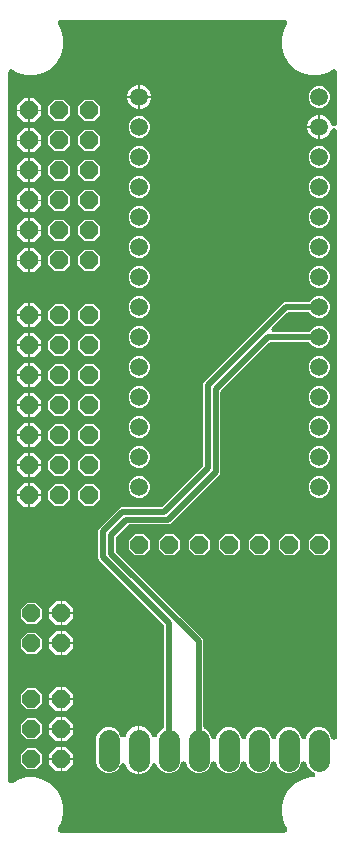
<source format=gbr>
G04 EAGLE Gerber RS-274X export*
G75*
%MOMM*%
%FSLAX34Y34*%
%LPD*%
%INBottom Copper*%
%IPPOS*%
%AMOC8*
5,1,8,0,0,1.08239X$1,22.5*%
G01*
G04 Define Apertures*
%ADD10C,1.778000*%
%ADD11P,1.64956X8X292.5*%
%ADD12C,1.508000*%
%ADD13P,1.64956X8X22.5*%
%ADD14P,1.64956X8X112.5*%
%ADD15C,0.500000*%
G36*
X245721Y161120D02*
X244746Y160922D01*
X55254Y160922D01*
X54074Y161218D01*
X53308Y161853D01*
X52850Y162737D01*
X52773Y163729D01*
X53089Y164672D01*
X55775Y169324D01*
X57660Y176358D01*
X57660Y183642D01*
X55775Y190676D01*
X52134Y196984D01*
X46984Y202134D01*
X40676Y205775D01*
X33642Y207660D01*
X26358Y207660D01*
X19324Y205775D01*
X14672Y203089D01*
X13502Y202756D01*
X12521Y202923D01*
X11683Y203459D01*
X11120Y204279D01*
X10922Y205254D01*
X10922Y804746D01*
X11218Y805926D01*
X11853Y806692D01*
X12737Y807150D01*
X13729Y807227D01*
X14672Y806911D01*
X19324Y804225D01*
X26358Y802340D01*
X33642Y802340D01*
X40676Y804225D01*
X46984Y807866D01*
X52134Y813016D01*
X55775Y819324D01*
X57660Y826358D01*
X57660Y833642D01*
X55775Y840676D01*
X53089Y845328D01*
X52756Y846498D01*
X52923Y847479D01*
X53459Y848317D01*
X54279Y848880D01*
X55254Y849078D01*
X244746Y849078D01*
X245926Y848782D01*
X246692Y848147D01*
X247150Y847263D01*
X247227Y846271D01*
X246911Y845328D01*
X244225Y840676D01*
X242340Y833642D01*
X242340Y826358D01*
X244225Y819324D01*
X247866Y813016D01*
X253016Y807866D01*
X259324Y804225D01*
X266358Y802340D01*
X273642Y802340D01*
X280676Y804225D01*
X285328Y806911D01*
X286498Y807244D01*
X287479Y807077D01*
X288317Y806541D01*
X288880Y805721D01*
X289078Y804746D01*
X289078Y761716D01*
X288931Y760871D01*
X288415Y760020D01*
X287608Y759438D01*
X286638Y759217D01*
X285658Y759391D01*
X284824Y759934D01*
X284268Y760759D01*
X282922Y764010D01*
X280086Y766845D01*
X276382Y768380D01*
X275138Y768380D01*
X275138Y748220D01*
X276382Y748220D01*
X280086Y749755D01*
X282922Y752590D01*
X284268Y755841D01*
X284728Y756565D01*
X285530Y757154D01*
X286498Y757383D01*
X287479Y757216D01*
X288317Y756680D01*
X288880Y755859D01*
X289078Y754884D01*
X289078Y242295D01*
X288931Y241450D01*
X288415Y240599D01*
X287608Y240017D01*
X286638Y239796D01*
X285658Y239970D01*
X284824Y240513D01*
X284268Y241338D01*
X282537Y245519D01*
X279607Y248449D01*
X275780Y250034D01*
X271637Y250034D01*
X267809Y248449D01*
X264879Y245519D01*
X263318Y241749D01*
X262845Y241009D01*
X262038Y240427D01*
X261068Y240206D01*
X260088Y240381D01*
X259254Y240924D01*
X258698Y241749D01*
X257137Y245519D01*
X254207Y248449D01*
X250380Y250034D01*
X246237Y250034D01*
X242409Y248449D01*
X239479Y245519D01*
X237918Y241749D01*
X237445Y241009D01*
X236638Y240427D01*
X235668Y240206D01*
X234688Y240381D01*
X233854Y240924D01*
X233298Y241749D01*
X231737Y245519D01*
X228807Y248449D01*
X224980Y250034D01*
X220837Y250034D01*
X217009Y248449D01*
X214079Y245519D01*
X212518Y241749D01*
X212045Y241009D01*
X211238Y240427D01*
X210268Y240206D01*
X209288Y240381D01*
X208454Y240924D01*
X207898Y241749D01*
X206337Y245519D01*
X203407Y248449D01*
X199580Y250034D01*
X195437Y250034D01*
X191609Y248449D01*
X188679Y245519D01*
X187118Y241749D01*
X186645Y241009D01*
X185838Y240427D01*
X184868Y240206D01*
X183888Y240381D01*
X183054Y240924D01*
X182498Y241749D01*
X180937Y245519D01*
X178007Y248449D01*
X177675Y248586D01*
X176893Y249100D01*
X176330Y249921D01*
X176132Y250896D01*
X176132Y323692D01*
X175519Y325171D01*
X102756Y397935D01*
X102222Y398727D01*
X102024Y399702D01*
X102024Y410298D01*
X102207Y411236D01*
X102756Y412065D01*
X111935Y421244D01*
X112727Y421778D01*
X113702Y421976D01*
X146800Y421976D01*
X148279Y422589D01*
X189935Y464245D01*
X190548Y465724D01*
X190548Y533822D01*
X190731Y534760D01*
X191280Y535589D01*
X231435Y575744D01*
X232227Y576278D01*
X233202Y576476D01*
X264562Y576476D01*
X265481Y576301D01*
X266315Y575758D01*
X266347Y575711D01*
X269242Y572816D01*
X272573Y571436D01*
X276179Y571436D01*
X279511Y572816D01*
X282061Y575366D01*
X283440Y578697D01*
X283440Y582303D01*
X282061Y585634D01*
X279511Y588184D01*
X276179Y589564D01*
X272573Y589564D01*
X269242Y588184D01*
X266386Y585328D01*
X266358Y585285D01*
X265537Y584722D01*
X264562Y584524D01*
X236250Y584524D01*
X235386Y584678D01*
X234540Y585201D01*
X233964Y586012D01*
X233751Y586984D01*
X233933Y587962D01*
X234483Y588792D01*
X246835Y601144D01*
X247627Y601678D01*
X248602Y601876D01*
X264562Y601876D01*
X265481Y601701D01*
X266315Y601158D01*
X266347Y601111D01*
X269242Y598216D01*
X272573Y596836D01*
X276179Y596836D01*
X279511Y598216D01*
X282061Y600766D01*
X283440Y604097D01*
X283440Y607703D01*
X282061Y611034D01*
X279511Y613584D01*
X276179Y614964D01*
X272573Y614964D01*
X269242Y613584D01*
X266386Y610728D01*
X266358Y610685D01*
X265537Y610122D01*
X264562Y609924D01*
X245100Y609924D01*
X243621Y609311D01*
X176589Y542279D01*
X175976Y540800D01*
X175976Y472702D01*
X175793Y471764D01*
X175244Y470935D01*
X141589Y437280D01*
X140797Y436746D01*
X139822Y436548D01*
X106724Y436548D01*
X105245Y435935D01*
X87589Y418279D01*
X86976Y416800D01*
X86976Y393200D01*
X87589Y391721D01*
X141952Y337357D01*
X142486Y336565D01*
X142684Y335590D01*
X142684Y250896D01*
X142509Y249976D01*
X141966Y249142D01*
X141141Y248586D01*
X140809Y248449D01*
X137879Y245519D01*
X136868Y243076D01*
X136395Y242337D01*
X135588Y241755D01*
X134618Y241534D01*
X133638Y241708D01*
X132804Y242251D01*
X132248Y243076D01*
X130998Y246095D01*
X127783Y249310D01*
X123582Y251050D01*
X122070Y251050D01*
X122070Y210410D01*
X123582Y210410D01*
X127783Y212150D01*
X130998Y215365D01*
X132248Y218384D01*
X132721Y219123D01*
X133528Y219705D01*
X134498Y219926D01*
X135478Y219752D01*
X136311Y219209D01*
X136868Y218384D01*
X137879Y215941D01*
X140809Y213011D01*
X144637Y211426D01*
X148780Y211426D01*
X152607Y213011D01*
X155537Y215941D01*
X157098Y219711D01*
X157571Y220451D01*
X158378Y221033D01*
X159348Y221254D01*
X160328Y221079D01*
X161162Y220536D01*
X161718Y219711D01*
X163279Y215941D01*
X166209Y213011D01*
X170037Y211426D01*
X174180Y211426D01*
X178007Y213011D01*
X180937Y215941D01*
X182498Y219711D01*
X182971Y220451D01*
X183778Y221033D01*
X184748Y221254D01*
X185728Y221079D01*
X186562Y220536D01*
X187118Y219711D01*
X188679Y215941D01*
X191609Y213011D01*
X195437Y211426D01*
X199580Y211426D01*
X203407Y213011D01*
X206337Y215941D01*
X207898Y219711D01*
X208371Y220451D01*
X209178Y221033D01*
X210148Y221254D01*
X211128Y221079D01*
X211962Y220536D01*
X212518Y219711D01*
X214079Y215941D01*
X217009Y213011D01*
X220837Y211426D01*
X224980Y211426D01*
X228807Y213011D01*
X231737Y215941D01*
X233298Y219711D01*
X233771Y220451D01*
X234578Y221033D01*
X235548Y221254D01*
X236528Y221079D01*
X237362Y220536D01*
X237918Y219711D01*
X239479Y215941D01*
X242409Y213011D01*
X246237Y211426D01*
X250380Y211426D01*
X254207Y213011D01*
X257137Y215941D01*
X258698Y219711D01*
X259171Y220451D01*
X259978Y221033D01*
X260948Y221254D01*
X261928Y221079D01*
X262762Y220536D01*
X263318Y219711D01*
X264879Y215941D01*
X267809Y213011D01*
X269117Y212470D01*
X269841Y212010D01*
X270430Y211208D01*
X270659Y210240D01*
X270492Y209259D01*
X269956Y208421D01*
X269135Y207858D01*
X268160Y207660D01*
X266358Y207660D01*
X259324Y205775D01*
X253016Y202134D01*
X247866Y196984D01*
X244225Y190676D01*
X242340Y183642D01*
X242340Y176358D01*
X244225Y169324D01*
X246911Y164672D01*
X247244Y163502D01*
X247077Y162521D01*
X246541Y161683D01*
X245721Y161120D01*
G37*
%LPC*%
G36*
X122738Y784462D02*
X132056Y784462D01*
X132056Y785705D01*
X130522Y789410D01*
X127686Y792245D01*
X123982Y793780D01*
X122738Y793780D01*
X122738Y784462D01*
G37*
G36*
X111896Y784462D02*
X121214Y784462D01*
X121214Y793780D01*
X119971Y793780D01*
X116267Y792245D01*
X113431Y789410D01*
X111896Y785705D01*
X111896Y784462D01*
G37*
G36*
X272573Y774636D02*
X276179Y774636D01*
X279511Y776016D01*
X282061Y778566D01*
X283440Y781897D01*
X283440Y785503D01*
X282061Y788834D01*
X279511Y791384D01*
X276179Y792764D01*
X272573Y792764D01*
X269242Y791384D01*
X266692Y788834D01*
X265312Y785503D01*
X265312Y781897D01*
X266692Y778566D01*
X269242Y776016D01*
X272573Y774636D01*
G37*
G36*
X119971Y773620D02*
X121214Y773620D01*
X121214Y782938D01*
X111896Y782938D01*
X111896Y781695D01*
X113431Y777990D01*
X116267Y775155D01*
X119971Y773620D01*
G37*
G36*
X122738Y773620D02*
X123982Y773620D01*
X127686Y775155D01*
X130522Y777990D01*
X132056Y781695D01*
X132056Y782938D01*
X122738Y782938D01*
X122738Y773620D01*
G37*
G36*
X18382Y773142D02*
X27780Y773142D01*
X27780Y782540D01*
X24334Y782540D01*
X18382Y776588D01*
X18382Y773142D01*
G37*
G36*
X29304Y773142D02*
X38702Y773142D01*
X38702Y776588D01*
X32750Y782540D01*
X29304Y782540D01*
X29304Y773142D01*
G37*
G36*
X75554Y763236D02*
X83130Y763236D01*
X88486Y768592D01*
X88486Y776168D01*
X83130Y781524D01*
X75554Y781524D01*
X70198Y776168D01*
X70198Y768592D01*
X75554Y763236D01*
G37*
G36*
X50154Y763236D02*
X57730Y763236D01*
X63086Y768592D01*
X63086Y776168D01*
X57730Y781524D01*
X50154Y781524D01*
X44798Y776168D01*
X44798Y768592D01*
X50154Y763236D01*
G37*
G36*
X24334Y762220D02*
X27780Y762220D01*
X27780Y771618D01*
X18382Y771618D01*
X18382Y768172D01*
X24334Y762220D01*
G37*
G36*
X29304Y762220D02*
X32750Y762220D01*
X38702Y768172D01*
X38702Y771618D01*
X29304Y771618D01*
X29304Y762220D01*
G37*
G36*
X264296Y759062D02*
X273614Y759062D01*
X273614Y768380D01*
X272371Y768380D01*
X268667Y766845D01*
X265831Y764010D01*
X264296Y760305D01*
X264296Y759062D01*
G37*
G36*
X120173Y749236D02*
X123779Y749236D01*
X127111Y750616D01*
X129661Y753166D01*
X131040Y756497D01*
X131040Y760103D01*
X129661Y763434D01*
X127111Y765984D01*
X123779Y767364D01*
X120173Y767364D01*
X116842Y765984D01*
X114292Y763434D01*
X112912Y760103D01*
X112912Y756497D01*
X114292Y753166D01*
X116842Y750616D01*
X120173Y749236D01*
G37*
G36*
X272371Y748220D02*
X273614Y748220D01*
X273614Y757538D01*
X264296Y757538D01*
X264296Y756295D01*
X265831Y752590D01*
X268667Y749755D01*
X272371Y748220D01*
G37*
G36*
X18382Y747742D02*
X27780Y747742D01*
X27780Y757140D01*
X24334Y757140D01*
X18382Y751188D01*
X18382Y747742D01*
G37*
G36*
X29304Y747742D02*
X38702Y747742D01*
X38702Y751188D01*
X32750Y757140D01*
X29304Y757140D01*
X29304Y747742D01*
G37*
G36*
X50154Y737836D02*
X57730Y737836D01*
X63086Y743192D01*
X63086Y750768D01*
X57730Y756124D01*
X50154Y756124D01*
X44798Y750768D01*
X44798Y743192D01*
X50154Y737836D01*
G37*
G36*
X75554Y737836D02*
X83130Y737836D01*
X88486Y743192D01*
X88486Y750768D01*
X83130Y756124D01*
X75554Y756124D01*
X70198Y750768D01*
X70198Y743192D01*
X75554Y737836D01*
G37*
G36*
X24334Y736820D02*
X27780Y736820D01*
X27780Y746218D01*
X18382Y746218D01*
X18382Y742772D01*
X24334Y736820D01*
G37*
G36*
X29304Y736820D02*
X32750Y736820D01*
X38702Y742772D01*
X38702Y746218D01*
X29304Y746218D01*
X29304Y736820D01*
G37*
G36*
X120173Y723836D02*
X123779Y723836D01*
X127111Y725216D01*
X129661Y727766D01*
X131040Y731097D01*
X131040Y734703D01*
X129661Y738034D01*
X127111Y740584D01*
X123779Y741964D01*
X120173Y741964D01*
X116842Y740584D01*
X114292Y738034D01*
X112912Y734703D01*
X112912Y731097D01*
X114292Y727766D01*
X116842Y725216D01*
X120173Y723836D01*
G37*
G36*
X272573Y723836D02*
X276179Y723836D01*
X279511Y725216D01*
X282061Y727766D01*
X283440Y731097D01*
X283440Y734703D01*
X282061Y738034D01*
X279511Y740584D01*
X276179Y741964D01*
X272573Y741964D01*
X269242Y740584D01*
X266692Y738034D01*
X265312Y734703D01*
X265312Y731097D01*
X266692Y727766D01*
X269242Y725216D01*
X272573Y723836D01*
G37*
G36*
X29304Y722342D02*
X38702Y722342D01*
X38702Y725788D01*
X32750Y731740D01*
X29304Y731740D01*
X29304Y722342D01*
G37*
G36*
X18382Y722342D02*
X27780Y722342D01*
X27780Y731740D01*
X24334Y731740D01*
X18382Y725788D01*
X18382Y722342D01*
G37*
G36*
X50154Y712436D02*
X57730Y712436D01*
X63086Y717792D01*
X63086Y725368D01*
X57730Y730724D01*
X50154Y730724D01*
X44798Y725368D01*
X44798Y717792D01*
X50154Y712436D01*
G37*
G36*
X75554Y712436D02*
X83130Y712436D01*
X88486Y717792D01*
X88486Y725368D01*
X83130Y730724D01*
X75554Y730724D01*
X70198Y725368D01*
X70198Y717792D01*
X75554Y712436D01*
G37*
G36*
X24334Y711420D02*
X27780Y711420D01*
X27780Y720818D01*
X18382Y720818D01*
X18382Y717372D01*
X24334Y711420D01*
G37*
G36*
X29304Y711420D02*
X32750Y711420D01*
X38702Y717372D01*
X38702Y720818D01*
X29304Y720818D01*
X29304Y711420D01*
G37*
G36*
X272573Y698436D02*
X276179Y698436D01*
X279511Y699816D01*
X282061Y702366D01*
X283440Y705697D01*
X283440Y709303D01*
X282061Y712634D01*
X279511Y715184D01*
X276179Y716564D01*
X272573Y716564D01*
X269242Y715184D01*
X266692Y712634D01*
X265312Y709303D01*
X265312Y705697D01*
X266692Y702366D01*
X269242Y699816D01*
X272573Y698436D01*
G37*
G36*
X120173Y698436D02*
X123779Y698436D01*
X127111Y699816D01*
X129661Y702366D01*
X131040Y705697D01*
X131040Y709303D01*
X129661Y712634D01*
X127111Y715184D01*
X123779Y716564D01*
X120173Y716564D01*
X116842Y715184D01*
X114292Y712634D01*
X112912Y709303D01*
X112912Y705697D01*
X114292Y702366D01*
X116842Y699816D01*
X120173Y698436D01*
G37*
G36*
X29304Y696942D02*
X38702Y696942D01*
X38702Y700388D01*
X32750Y706340D01*
X29304Y706340D01*
X29304Y696942D01*
G37*
G36*
X18382Y696942D02*
X27780Y696942D01*
X27780Y706340D01*
X24334Y706340D01*
X18382Y700388D01*
X18382Y696942D01*
G37*
G36*
X50154Y687036D02*
X57730Y687036D01*
X63086Y692392D01*
X63086Y699968D01*
X57730Y705324D01*
X50154Y705324D01*
X44798Y699968D01*
X44798Y692392D01*
X50154Y687036D01*
G37*
G36*
X75554Y687036D02*
X83130Y687036D01*
X88486Y692392D01*
X88486Y699968D01*
X83130Y705324D01*
X75554Y705324D01*
X70198Y699968D01*
X70198Y692392D01*
X75554Y687036D01*
G37*
G36*
X29304Y686020D02*
X32750Y686020D01*
X38702Y691972D01*
X38702Y695418D01*
X29304Y695418D01*
X29304Y686020D01*
G37*
G36*
X24334Y686020D02*
X27780Y686020D01*
X27780Y695418D01*
X18382Y695418D01*
X18382Y691972D01*
X24334Y686020D01*
G37*
G36*
X120173Y673036D02*
X123779Y673036D01*
X127111Y674416D01*
X129661Y676966D01*
X131040Y680297D01*
X131040Y683903D01*
X129661Y687234D01*
X127111Y689784D01*
X123779Y691164D01*
X120173Y691164D01*
X116842Y689784D01*
X114292Y687234D01*
X112912Y683903D01*
X112912Y680297D01*
X114292Y676966D01*
X116842Y674416D01*
X120173Y673036D01*
G37*
G36*
X272573Y673036D02*
X276179Y673036D01*
X279511Y674416D01*
X282061Y676966D01*
X283440Y680297D01*
X283440Y683903D01*
X282061Y687234D01*
X279511Y689784D01*
X276179Y691164D01*
X272573Y691164D01*
X269242Y689784D01*
X266692Y687234D01*
X265312Y683903D01*
X265312Y680297D01*
X266692Y676966D01*
X269242Y674416D01*
X272573Y673036D01*
G37*
G36*
X29304Y671542D02*
X38702Y671542D01*
X38702Y674988D01*
X32750Y680940D01*
X29304Y680940D01*
X29304Y671542D01*
G37*
G36*
X18382Y671542D02*
X27780Y671542D01*
X27780Y680940D01*
X24334Y680940D01*
X18382Y674988D01*
X18382Y671542D01*
G37*
G36*
X50154Y661636D02*
X57730Y661636D01*
X63086Y666992D01*
X63086Y674568D01*
X57730Y679924D01*
X50154Y679924D01*
X44798Y674568D01*
X44798Y666992D01*
X50154Y661636D01*
G37*
G36*
X75554Y661636D02*
X83130Y661636D01*
X88486Y666992D01*
X88486Y674568D01*
X83130Y679924D01*
X75554Y679924D01*
X70198Y674568D01*
X70198Y666992D01*
X75554Y661636D01*
G37*
G36*
X24334Y660620D02*
X27780Y660620D01*
X27780Y670018D01*
X18382Y670018D01*
X18382Y666572D01*
X24334Y660620D01*
G37*
G36*
X29304Y660620D02*
X32750Y660620D01*
X38702Y666572D01*
X38702Y670018D01*
X29304Y670018D01*
X29304Y660620D01*
G37*
G36*
X120173Y647636D02*
X123779Y647636D01*
X127111Y649016D01*
X129661Y651566D01*
X131040Y654897D01*
X131040Y658503D01*
X129661Y661834D01*
X127111Y664384D01*
X123779Y665764D01*
X120173Y665764D01*
X116842Y664384D01*
X114292Y661834D01*
X112912Y658503D01*
X112912Y654897D01*
X114292Y651566D01*
X116842Y649016D01*
X120173Y647636D01*
G37*
G36*
X272573Y647636D02*
X276179Y647636D01*
X279511Y649016D01*
X282061Y651566D01*
X283440Y654897D01*
X283440Y658503D01*
X282061Y661834D01*
X279511Y664384D01*
X276179Y665764D01*
X272573Y665764D01*
X269242Y664384D01*
X266692Y661834D01*
X265312Y658503D01*
X265312Y654897D01*
X266692Y651566D01*
X269242Y649016D01*
X272573Y647636D01*
G37*
G36*
X29304Y646142D02*
X38702Y646142D01*
X38702Y649588D01*
X32750Y655540D01*
X29304Y655540D01*
X29304Y646142D01*
G37*
G36*
X18382Y646142D02*
X27780Y646142D01*
X27780Y655540D01*
X24334Y655540D01*
X18382Y649588D01*
X18382Y646142D01*
G37*
G36*
X75554Y636236D02*
X83130Y636236D01*
X88486Y641592D01*
X88486Y649168D01*
X83130Y654524D01*
X75554Y654524D01*
X70198Y649168D01*
X70198Y641592D01*
X75554Y636236D01*
G37*
G36*
X50154Y636236D02*
X57730Y636236D01*
X63086Y641592D01*
X63086Y649168D01*
X57730Y654524D01*
X50154Y654524D01*
X44798Y649168D01*
X44798Y641592D01*
X50154Y636236D01*
G37*
G36*
X29304Y635220D02*
X32750Y635220D01*
X38702Y641172D01*
X38702Y644618D01*
X29304Y644618D01*
X29304Y635220D01*
G37*
G36*
X24334Y635220D02*
X27780Y635220D01*
X27780Y644618D01*
X18382Y644618D01*
X18382Y641172D01*
X24334Y635220D01*
G37*
G36*
X120173Y622236D02*
X123779Y622236D01*
X127111Y623616D01*
X129661Y626166D01*
X131040Y629497D01*
X131040Y633103D01*
X129661Y636434D01*
X127111Y638984D01*
X123779Y640364D01*
X120173Y640364D01*
X116842Y638984D01*
X114292Y636434D01*
X112912Y633103D01*
X112912Y629497D01*
X114292Y626166D01*
X116842Y623616D01*
X120173Y622236D01*
G37*
G36*
X272573Y622236D02*
X276179Y622236D01*
X279511Y623616D01*
X282061Y626166D01*
X283440Y629497D01*
X283440Y633103D01*
X282061Y636434D01*
X279511Y638984D01*
X276179Y640364D01*
X272573Y640364D01*
X269242Y638984D01*
X266692Y636434D01*
X265312Y633103D01*
X265312Y629497D01*
X266692Y626166D01*
X269242Y623616D01*
X272573Y622236D01*
G37*
G36*
X120173Y596836D02*
X123779Y596836D01*
X127111Y598216D01*
X129661Y600766D01*
X131040Y604097D01*
X131040Y607703D01*
X129661Y611034D01*
X127111Y613584D01*
X123779Y614964D01*
X120173Y614964D01*
X116842Y613584D01*
X114292Y611034D01*
X112912Y607703D01*
X112912Y604097D01*
X114292Y600766D01*
X116842Y598216D01*
X120173Y596836D01*
G37*
G36*
X18382Y599982D02*
X27780Y599982D01*
X27780Y609380D01*
X24334Y609380D01*
X18382Y603428D01*
X18382Y599982D01*
G37*
G36*
X29304Y599982D02*
X38702Y599982D01*
X38702Y603428D01*
X32750Y609380D01*
X29304Y609380D01*
X29304Y599982D01*
G37*
G36*
X75554Y590076D02*
X83130Y590076D01*
X88486Y595432D01*
X88486Y603008D01*
X83130Y608364D01*
X75554Y608364D01*
X70198Y603008D01*
X70198Y595432D01*
X75554Y590076D01*
G37*
G36*
X50154Y590076D02*
X57730Y590076D01*
X63086Y595432D01*
X63086Y603008D01*
X57730Y608364D01*
X50154Y608364D01*
X44798Y603008D01*
X44798Y595432D01*
X50154Y590076D01*
G37*
G36*
X29304Y589060D02*
X32750Y589060D01*
X38702Y595012D01*
X38702Y598458D01*
X29304Y598458D01*
X29304Y589060D01*
G37*
G36*
X24334Y589060D02*
X27780Y589060D01*
X27780Y598458D01*
X18382Y598458D01*
X18382Y595012D01*
X24334Y589060D01*
G37*
G36*
X120173Y571436D02*
X123779Y571436D01*
X127111Y572816D01*
X129661Y575366D01*
X131040Y578697D01*
X131040Y582303D01*
X129661Y585634D01*
X127111Y588184D01*
X123779Y589564D01*
X120173Y589564D01*
X116842Y588184D01*
X114292Y585634D01*
X112912Y582303D01*
X112912Y578697D01*
X114292Y575366D01*
X116842Y572816D01*
X120173Y571436D01*
G37*
G36*
X18382Y574582D02*
X27780Y574582D01*
X27780Y583980D01*
X24334Y583980D01*
X18382Y578028D01*
X18382Y574582D01*
G37*
G36*
X29304Y574582D02*
X38702Y574582D01*
X38702Y578028D01*
X32750Y583980D01*
X29304Y583980D01*
X29304Y574582D01*
G37*
G36*
X50154Y564676D02*
X57730Y564676D01*
X63086Y570032D01*
X63086Y577608D01*
X57730Y582964D01*
X50154Y582964D01*
X44798Y577608D01*
X44798Y570032D01*
X50154Y564676D01*
G37*
G36*
X75554Y564676D02*
X83130Y564676D01*
X88486Y570032D01*
X88486Y577608D01*
X83130Y582964D01*
X75554Y582964D01*
X70198Y577608D01*
X70198Y570032D01*
X75554Y564676D01*
G37*
G36*
X29304Y563660D02*
X32750Y563660D01*
X38702Y569612D01*
X38702Y573058D01*
X29304Y573058D01*
X29304Y563660D01*
G37*
G36*
X24334Y563660D02*
X27780Y563660D01*
X27780Y573058D01*
X18382Y573058D01*
X18382Y569612D01*
X24334Y563660D01*
G37*
G36*
X272573Y546036D02*
X276179Y546036D01*
X279511Y547416D01*
X282061Y549966D01*
X283440Y553297D01*
X283440Y556903D01*
X282061Y560234D01*
X279511Y562784D01*
X276179Y564164D01*
X272573Y564164D01*
X269242Y562784D01*
X266692Y560234D01*
X265312Y556903D01*
X265312Y553297D01*
X266692Y549966D01*
X269242Y547416D01*
X272573Y546036D01*
G37*
G36*
X120173Y546036D02*
X123779Y546036D01*
X127111Y547416D01*
X129661Y549966D01*
X131040Y553297D01*
X131040Y556903D01*
X129661Y560234D01*
X127111Y562784D01*
X123779Y564164D01*
X120173Y564164D01*
X116842Y562784D01*
X114292Y560234D01*
X112912Y556903D01*
X112912Y553297D01*
X114292Y549966D01*
X116842Y547416D01*
X120173Y546036D01*
G37*
G36*
X18382Y549182D02*
X27780Y549182D01*
X27780Y558580D01*
X24334Y558580D01*
X18382Y552628D01*
X18382Y549182D01*
G37*
G36*
X29304Y549182D02*
X38702Y549182D01*
X38702Y552628D01*
X32750Y558580D01*
X29304Y558580D01*
X29304Y549182D01*
G37*
G36*
X50154Y539276D02*
X57730Y539276D01*
X63086Y544632D01*
X63086Y552208D01*
X57730Y557564D01*
X50154Y557564D01*
X44798Y552208D01*
X44798Y544632D01*
X50154Y539276D01*
G37*
G36*
X75554Y539276D02*
X83130Y539276D01*
X88486Y544632D01*
X88486Y552208D01*
X83130Y557564D01*
X75554Y557564D01*
X70198Y552208D01*
X70198Y544632D01*
X75554Y539276D01*
G37*
G36*
X29304Y538260D02*
X32750Y538260D01*
X38702Y544212D01*
X38702Y547658D01*
X29304Y547658D01*
X29304Y538260D01*
G37*
G36*
X24334Y538260D02*
X27780Y538260D01*
X27780Y547658D01*
X18382Y547658D01*
X18382Y544212D01*
X24334Y538260D01*
G37*
G36*
X120173Y520636D02*
X123779Y520636D01*
X127111Y522016D01*
X129661Y524566D01*
X131040Y527897D01*
X131040Y531503D01*
X129661Y534834D01*
X127111Y537384D01*
X123779Y538764D01*
X120173Y538764D01*
X116842Y537384D01*
X114292Y534834D01*
X112912Y531503D01*
X112912Y527897D01*
X114292Y524566D01*
X116842Y522016D01*
X120173Y520636D01*
G37*
G36*
X272573Y520636D02*
X276179Y520636D01*
X279511Y522016D01*
X282061Y524566D01*
X283440Y527897D01*
X283440Y531503D01*
X282061Y534834D01*
X279511Y537384D01*
X276179Y538764D01*
X272573Y538764D01*
X269242Y537384D01*
X266692Y534834D01*
X265312Y531503D01*
X265312Y527897D01*
X266692Y524566D01*
X269242Y522016D01*
X272573Y520636D01*
G37*
G36*
X18382Y523782D02*
X27780Y523782D01*
X27780Y533180D01*
X24334Y533180D01*
X18382Y527228D01*
X18382Y523782D01*
G37*
G36*
X29304Y523782D02*
X38702Y523782D01*
X38702Y527228D01*
X32750Y533180D01*
X29304Y533180D01*
X29304Y523782D01*
G37*
G36*
X50154Y513876D02*
X57730Y513876D01*
X63086Y519232D01*
X63086Y526808D01*
X57730Y532164D01*
X50154Y532164D01*
X44798Y526808D01*
X44798Y519232D01*
X50154Y513876D01*
G37*
G36*
X75554Y513876D02*
X83130Y513876D01*
X88486Y519232D01*
X88486Y526808D01*
X83130Y532164D01*
X75554Y532164D01*
X70198Y526808D01*
X70198Y519232D01*
X75554Y513876D01*
G37*
G36*
X24334Y512860D02*
X27780Y512860D01*
X27780Y522258D01*
X18382Y522258D01*
X18382Y518812D01*
X24334Y512860D01*
G37*
G36*
X29304Y512860D02*
X32750Y512860D01*
X38702Y518812D01*
X38702Y522258D01*
X29304Y522258D01*
X29304Y512860D01*
G37*
G36*
X120173Y495236D02*
X123779Y495236D01*
X127111Y496616D01*
X129661Y499166D01*
X131040Y502497D01*
X131040Y506103D01*
X129661Y509434D01*
X127111Y511984D01*
X123779Y513364D01*
X120173Y513364D01*
X116842Y511984D01*
X114292Y509434D01*
X112912Y506103D01*
X112912Y502497D01*
X114292Y499166D01*
X116842Y496616D01*
X120173Y495236D01*
G37*
G36*
X272573Y495236D02*
X276179Y495236D01*
X279511Y496616D01*
X282061Y499166D01*
X283440Y502497D01*
X283440Y506103D01*
X282061Y509434D01*
X279511Y511984D01*
X276179Y513364D01*
X272573Y513364D01*
X269242Y511984D01*
X266692Y509434D01*
X265312Y506103D01*
X265312Y502497D01*
X266692Y499166D01*
X269242Y496616D01*
X272573Y495236D01*
G37*
G36*
X29304Y498382D02*
X38702Y498382D01*
X38702Y501828D01*
X32750Y507780D01*
X29304Y507780D01*
X29304Y498382D01*
G37*
G36*
X18382Y498382D02*
X27780Y498382D01*
X27780Y507780D01*
X24334Y507780D01*
X18382Y501828D01*
X18382Y498382D01*
G37*
G36*
X50154Y488476D02*
X57730Y488476D01*
X63086Y493832D01*
X63086Y501408D01*
X57730Y506764D01*
X50154Y506764D01*
X44798Y501408D01*
X44798Y493832D01*
X50154Y488476D01*
G37*
G36*
X75554Y488476D02*
X83130Y488476D01*
X88486Y493832D01*
X88486Y501408D01*
X83130Y506764D01*
X75554Y506764D01*
X70198Y501408D01*
X70198Y493832D01*
X75554Y488476D01*
G37*
G36*
X24334Y487460D02*
X27780Y487460D01*
X27780Y496858D01*
X18382Y496858D01*
X18382Y493412D01*
X24334Y487460D01*
G37*
G36*
X29304Y487460D02*
X32750Y487460D01*
X38702Y493412D01*
X38702Y496858D01*
X29304Y496858D01*
X29304Y487460D01*
G37*
G36*
X120173Y469836D02*
X123779Y469836D01*
X127111Y471216D01*
X129661Y473766D01*
X131040Y477097D01*
X131040Y480703D01*
X129661Y484034D01*
X127111Y486584D01*
X123779Y487964D01*
X120173Y487964D01*
X116842Y486584D01*
X114292Y484034D01*
X112912Y480703D01*
X112912Y477097D01*
X114292Y473766D01*
X116842Y471216D01*
X120173Y469836D01*
G37*
G36*
X272573Y469836D02*
X276179Y469836D01*
X279511Y471216D01*
X282061Y473766D01*
X283440Y477097D01*
X283440Y480703D01*
X282061Y484034D01*
X279511Y486584D01*
X276179Y487964D01*
X272573Y487964D01*
X269242Y486584D01*
X266692Y484034D01*
X265312Y480703D01*
X265312Y477097D01*
X266692Y473766D01*
X269242Y471216D01*
X272573Y469836D01*
G37*
G36*
X18382Y472982D02*
X27780Y472982D01*
X27780Y482380D01*
X24334Y482380D01*
X18382Y476428D01*
X18382Y472982D01*
G37*
G36*
X29304Y472982D02*
X38702Y472982D01*
X38702Y476428D01*
X32750Y482380D01*
X29304Y482380D01*
X29304Y472982D01*
G37*
G36*
X75554Y463076D02*
X83130Y463076D01*
X88486Y468432D01*
X88486Y476008D01*
X83130Y481364D01*
X75554Y481364D01*
X70198Y476008D01*
X70198Y468432D01*
X75554Y463076D01*
G37*
G36*
X50154Y463076D02*
X57730Y463076D01*
X63086Y468432D01*
X63086Y476008D01*
X57730Y481364D01*
X50154Y481364D01*
X44798Y476008D01*
X44798Y468432D01*
X50154Y463076D01*
G37*
G36*
X29304Y462060D02*
X32750Y462060D01*
X38702Y468012D01*
X38702Y471458D01*
X29304Y471458D01*
X29304Y462060D01*
G37*
G36*
X24334Y462060D02*
X27780Y462060D01*
X27780Y471458D01*
X18382Y471458D01*
X18382Y468012D01*
X24334Y462060D01*
G37*
G36*
X120173Y444436D02*
X123779Y444436D01*
X127111Y445816D01*
X129661Y448366D01*
X131040Y451697D01*
X131040Y455303D01*
X129661Y458634D01*
X127111Y461184D01*
X123779Y462564D01*
X120173Y462564D01*
X116842Y461184D01*
X114292Y458634D01*
X112912Y455303D01*
X112912Y451697D01*
X114292Y448366D01*
X116842Y445816D01*
X120173Y444436D01*
G37*
G36*
X272573Y444436D02*
X276179Y444436D01*
X279511Y445816D01*
X282061Y448366D01*
X283440Y451697D01*
X283440Y455303D01*
X282061Y458634D01*
X279511Y461184D01*
X276179Y462564D01*
X272573Y462564D01*
X269242Y461184D01*
X266692Y458634D01*
X265312Y455303D01*
X265312Y451697D01*
X266692Y448366D01*
X269242Y445816D01*
X272573Y444436D01*
G37*
G36*
X18382Y447582D02*
X27780Y447582D01*
X27780Y456980D01*
X24334Y456980D01*
X18382Y451028D01*
X18382Y447582D01*
G37*
G36*
X29304Y447582D02*
X38702Y447582D01*
X38702Y451028D01*
X32750Y456980D01*
X29304Y456980D01*
X29304Y447582D01*
G37*
G36*
X50154Y437676D02*
X57730Y437676D01*
X63086Y443032D01*
X63086Y450608D01*
X57730Y455964D01*
X50154Y455964D01*
X44798Y450608D01*
X44798Y443032D01*
X50154Y437676D01*
G37*
G36*
X75554Y437676D02*
X83130Y437676D01*
X88486Y443032D01*
X88486Y450608D01*
X83130Y455964D01*
X75554Y455964D01*
X70198Y450608D01*
X70198Y443032D01*
X75554Y437676D01*
G37*
G36*
X29304Y436660D02*
X32750Y436660D01*
X38702Y442612D01*
X38702Y446058D01*
X29304Y446058D01*
X29304Y436660D01*
G37*
G36*
X24334Y436660D02*
X27780Y436660D01*
X27780Y446058D01*
X18382Y446058D01*
X18382Y442612D01*
X24334Y436660D01*
G37*
G36*
X118132Y395636D02*
X125708Y395636D01*
X131064Y400992D01*
X131064Y408568D01*
X125708Y413924D01*
X118132Y413924D01*
X112776Y408568D01*
X112776Y400992D01*
X118132Y395636D01*
G37*
G36*
X143532Y395636D02*
X151108Y395636D01*
X156464Y400992D01*
X156464Y408568D01*
X151108Y413924D01*
X143532Y413924D01*
X138176Y408568D01*
X138176Y400992D01*
X143532Y395636D01*
G37*
G36*
X168932Y395636D02*
X176508Y395636D01*
X181864Y400992D01*
X181864Y408568D01*
X176508Y413924D01*
X168932Y413924D01*
X163576Y408568D01*
X163576Y400992D01*
X168932Y395636D01*
G37*
G36*
X194332Y395636D02*
X201908Y395636D01*
X207264Y400992D01*
X207264Y408568D01*
X201908Y413924D01*
X194332Y413924D01*
X188976Y408568D01*
X188976Y400992D01*
X194332Y395636D01*
G37*
G36*
X270532Y395636D02*
X278108Y395636D01*
X283464Y400992D01*
X283464Y408568D01*
X278108Y413924D01*
X270532Y413924D01*
X265176Y408568D01*
X265176Y400992D01*
X270532Y395636D01*
G37*
G36*
X245132Y395636D02*
X252708Y395636D01*
X258064Y400992D01*
X258064Y408568D01*
X252708Y413924D01*
X245132Y413924D01*
X239776Y408568D01*
X239776Y400992D01*
X245132Y395636D01*
G37*
G36*
X219732Y395636D02*
X227308Y395636D01*
X232664Y400992D01*
X232664Y408568D01*
X227308Y413924D01*
X219732Y413924D01*
X214376Y408568D01*
X214376Y400992D01*
X219732Y395636D01*
G37*
G36*
X56722Y347382D02*
X66120Y347382D01*
X66120Y350828D01*
X60168Y356780D01*
X56722Y356780D01*
X56722Y347382D01*
G37*
G36*
X45800Y347382D02*
X55198Y347382D01*
X55198Y356780D01*
X51752Y356780D01*
X45800Y350828D01*
X45800Y347382D01*
G37*
G36*
X26772Y337476D02*
X34348Y337476D01*
X39704Y342832D01*
X39704Y350408D01*
X34348Y355764D01*
X26772Y355764D01*
X21416Y350408D01*
X21416Y342832D01*
X26772Y337476D01*
G37*
G36*
X51752Y336460D02*
X55198Y336460D01*
X55198Y345858D01*
X45800Y345858D01*
X45800Y342412D01*
X51752Y336460D01*
G37*
G36*
X56722Y336460D02*
X60168Y336460D01*
X66120Y342412D01*
X66120Y345858D01*
X56722Y345858D01*
X56722Y336460D01*
G37*
G36*
X56722Y321982D02*
X66120Y321982D01*
X66120Y325428D01*
X60168Y331380D01*
X56722Y331380D01*
X56722Y321982D01*
G37*
G36*
X45800Y321982D02*
X55198Y321982D01*
X55198Y331380D01*
X51752Y331380D01*
X45800Y325428D01*
X45800Y321982D01*
G37*
G36*
X26772Y312076D02*
X34348Y312076D01*
X39704Y317432D01*
X39704Y325008D01*
X34348Y330364D01*
X26772Y330364D01*
X21416Y325008D01*
X21416Y317432D01*
X26772Y312076D01*
G37*
G36*
X56722Y311060D02*
X60168Y311060D01*
X66120Y317012D01*
X66120Y320458D01*
X56722Y320458D01*
X56722Y311060D01*
G37*
G36*
X51752Y311060D02*
X55198Y311060D01*
X55198Y320458D01*
X45800Y320458D01*
X45800Y317012D01*
X51752Y311060D01*
G37*
G36*
X56722Y275182D02*
X66120Y275182D01*
X66120Y278628D01*
X60168Y284580D01*
X56722Y284580D01*
X56722Y275182D01*
G37*
G36*
X45800Y275182D02*
X55198Y275182D01*
X55198Y284580D01*
X51752Y284580D01*
X45800Y278628D01*
X45800Y275182D01*
G37*
G36*
X26772Y265276D02*
X34348Y265276D01*
X39704Y270632D01*
X39704Y278208D01*
X34348Y283564D01*
X26772Y283564D01*
X21416Y278208D01*
X21416Y270632D01*
X26772Y265276D01*
G37*
G36*
X51752Y264260D02*
X55198Y264260D01*
X55198Y273658D01*
X45800Y273658D01*
X45800Y270212D01*
X51752Y264260D01*
G37*
G36*
X56722Y264260D02*
X60168Y264260D01*
X66120Y270212D01*
X66120Y273658D01*
X56722Y273658D01*
X56722Y264260D01*
G37*
G36*
X56722Y249782D02*
X66120Y249782D01*
X66120Y253228D01*
X60168Y259180D01*
X56722Y259180D01*
X56722Y249782D01*
G37*
G36*
X45800Y249782D02*
X55198Y249782D01*
X55198Y259180D01*
X51752Y259180D01*
X45800Y253228D01*
X45800Y249782D01*
G37*
G36*
X26772Y239876D02*
X34348Y239876D01*
X39704Y245232D01*
X39704Y252808D01*
X34348Y258164D01*
X26772Y258164D01*
X21416Y252808D01*
X21416Y245232D01*
X26772Y239876D01*
G37*
G36*
X119034Y210410D02*
X120546Y210410D01*
X120546Y251050D01*
X119034Y251050D01*
X114833Y249310D01*
X111618Y246095D01*
X110368Y243076D01*
X109895Y242337D01*
X109088Y241755D01*
X108118Y241534D01*
X107138Y241708D01*
X106305Y242251D01*
X105748Y243076D01*
X104737Y245519D01*
X101807Y248449D01*
X97980Y250034D01*
X93837Y250034D01*
X90009Y248449D01*
X87079Y245519D01*
X85494Y241692D01*
X85494Y219769D01*
X87079Y215941D01*
X90009Y213011D01*
X93837Y211426D01*
X97980Y211426D01*
X101807Y213011D01*
X104737Y215941D01*
X105748Y218384D01*
X106221Y219123D01*
X107028Y219705D01*
X107998Y219926D01*
X108978Y219752D01*
X109812Y219209D01*
X110368Y218384D01*
X111618Y215365D01*
X114833Y212150D01*
X119034Y210410D01*
G37*
G36*
X56722Y238860D02*
X60168Y238860D01*
X66120Y244812D01*
X66120Y248258D01*
X56722Y248258D01*
X56722Y238860D01*
G37*
G36*
X51752Y238860D02*
X55198Y238860D01*
X55198Y248258D01*
X45800Y248258D01*
X45800Y244812D01*
X51752Y238860D01*
G37*
G36*
X56722Y224382D02*
X66120Y224382D01*
X66120Y227828D01*
X60168Y233780D01*
X56722Y233780D01*
X56722Y224382D01*
G37*
G36*
X45800Y224382D02*
X55198Y224382D01*
X55198Y233780D01*
X51752Y233780D01*
X45800Y227828D01*
X45800Y224382D01*
G37*
G36*
X26772Y214476D02*
X34348Y214476D01*
X39704Y219832D01*
X39704Y227408D01*
X34348Y232764D01*
X26772Y232764D01*
X21416Y227408D01*
X21416Y219832D01*
X26772Y214476D01*
G37*
G36*
X51752Y213460D02*
X55198Y213460D01*
X55198Y222858D01*
X45800Y222858D01*
X45800Y219412D01*
X51752Y213460D01*
G37*
G36*
X56722Y213460D02*
X60168Y213460D01*
X66120Y219412D01*
X66120Y222858D01*
X56722Y222858D01*
X56722Y213460D01*
G37*
%LPD*%
D10*
X172108Y221840D02*
X172108Y239620D01*
X197508Y239620D02*
X197508Y221840D01*
X146708Y221840D02*
X146708Y239620D01*
X121308Y239620D02*
X121308Y221840D01*
X95908Y221840D02*
X95908Y239620D01*
X222908Y239620D02*
X222908Y221840D01*
X248308Y221840D02*
X248308Y239620D01*
X273708Y239620D02*
X273708Y221840D01*
D11*
X79342Y772380D03*
X79342Y746980D03*
X79342Y721580D03*
X79342Y696180D03*
X79342Y670780D03*
X79342Y645380D03*
X53942Y772380D03*
X53942Y746980D03*
X53942Y721580D03*
X53942Y696180D03*
X53942Y670780D03*
X53942Y645380D03*
X28542Y772380D03*
X28542Y746980D03*
X28542Y721580D03*
X28542Y696180D03*
X28542Y670780D03*
X28542Y645380D03*
X79342Y599220D03*
X79342Y573820D03*
X79342Y548420D03*
X79342Y523020D03*
X79342Y497620D03*
X79342Y472220D03*
X79342Y446820D03*
X53942Y599220D03*
X53942Y573820D03*
X53942Y548420D03*
X53942Y523020D03*
X53942Y497620D03*
X53942Y472220D03*
X53942Y446820D03*
X28542Y599220D03*
X28542Y573820D03*
X28542Y548420D03*
X28542Y523020D03*
X28542Y497620D03*
X28542Y472220D03*
X28542Y446820D03*
D12*
X121976Y605900D03*
X121976Y580500D03*
X121976Y555100D03*
X121976Y529700D03*
X121976Y504300D03*
X121976Y478900D03*
X121976Y453500D03*
X121976Y631300D03*
X121976Y656700D03*
X121976Y682100D03*
X121976Y707500D03*
X121976Y732900D03*
X121976Y758300D03*
X121976Y783700D03*
X274376Y631300D03*
X274376Y605900D03*
X274376Y580500D03*
X274376Y656700D03*
X274376Y555100D03*
X274376Y682100D03*
X274376Y529700D03*
X274376Y504300D03*
X274376Y478900D03*
X274376Y453500D03*
X274376Y707500D03*
X274376Y732900D03*
X274376Y758300D03*
X274376Y783700D03*
D13*
X274320Y404780D03*
X248920Y404780D03*
X223520Y404780D03*
X198120Y404780D03*
X172720Y404780D03*
X147320Y404780D03*
X121920Y404780D03*
D14*
X55960Y274420D03*
X30560Y223620D03*
D13*
X55960Y249020D03*
D14*
X30560Y249020D03*
X30560Y274420D03*
X55960Y321220D03*
X55960Y346620D03*
X30560Y321220D03*
X55960Y223620D03*
X30560Y346620D03*
D15*
X146708Y338292D02*
X146708Y230730D01*
X146708Y338292D02*
X91000Y394000D01*
X91000Y416000D01*
X180000Y470000D02*
X180000Y540000D01*
X245900Y605900D01*
X274376Y605900D01*
X180000Y470000D02*
X142524Y432524D01*
X107524Y432524D02*
X91000Y416000D01*
X107524Y432524D02*
X142524Y432524D01*
X172108Y322892D02*
X172108Y230730D01*
X172108Y322892D02*
X98000Y397000D01*
X98000Y413000D01*
X111000Y426000D01*
X146000Y426000D01*
X230500Y580500D02*
X274376Y580500D01*
X230500Y580500D02*
X186524Y536524D01*
X186524Y466524D02*
X146000Y426000D01*
X186524Y466524D02*
X186524Y536524D01*
M02*

</source>
